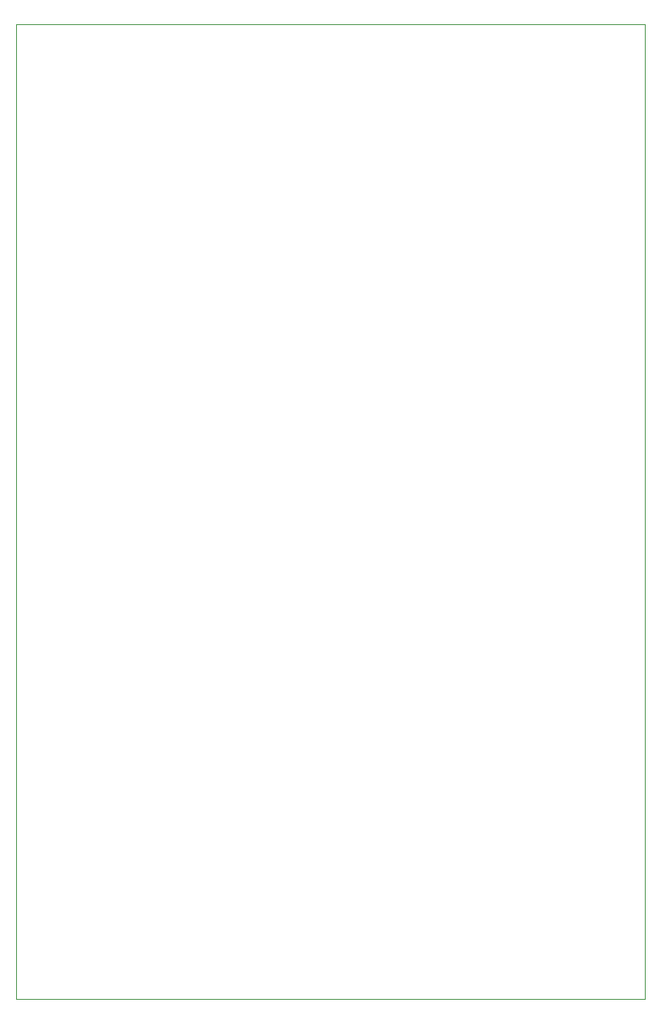
<source format=gbr>
%TF.GenerationSoftware,KiCad,Pcbnew,8.0.2-1*%
%TF.CreationDate,2024-11-16T17:54:22-05:00*%
%TF.ProjectId,JB_PCB,4a425f50-4342-42e6-9b69-6361645f7063,rev?*%
%TF.SameCoordinates,Original*%
%TF.FileFunction,Profile,NP*%
%FSLAX46Y46*%
G04 Gerber Fmt 4.6, Leading zero omitted, Abs format (unit mm)*
G04 Created by KiCad (PCBNEW 8.0.2-1) date 2024-11-16 17:54:22*
%MOMM*%
%LPD*%
G01*
G04 APERTURE LIST*
%TA.AperFunction,Profile*%
%ADD10C,0.050000*%
%TD*%
G04 APERTURE END LIST*
D10*
X102500000Y-43500000D02*
X168500000Y-43500000D01*
X168500000Y-145750000D01*
X102500000Y-145750000D01*
X102500000Y-43500000D01*
M02*

</source>
